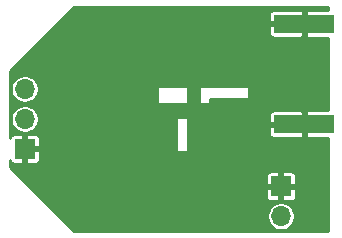
<source format=gbr>
G04 #@! TF.GenerationSoftware,KiCad,Pcbnew,(5.1.9)-1*
G04 #@! TF.CreationDate,2021-04-02T20:51:07-05:00*
G04 #@! TF.ProjectId,coax-probe,636f6178-2d70-4726-9f62-652e6b696361,rev?*
G04 #@! TF.SameCoordinates,Original*
G04 #@! TF.FileFunction,Copper,L2,Bot*
G04 #@! TF.FilePolarity,Positive*
%FSLAX46Y46*%
G04 Gerber Fmt 4.6, Leading zero omitted, Abs format (unit mm)*
G04 Created by KiCad (PCBNEW (5.1.9)-1) date 2021-04-02 20:51:07*
%MOMM*%
%LPD*%
G01*
G04 APERTURE LIST*
G04 #@! TA.AperFunction,ComponentPad*
%ADD10O,1.700000X1.700000*%
G04 #@! TD*
G04 #@! TA.AperFunction,ComponentPad*
%ADD11R,1.700000X1.700000*%
G04 #@! TD*
G04 #@! TA.AperFunction,SMDPad,CuDef*
%ADD12R,5.080000X1.500000*%
G04 #@! TD*
G04 #@! TA.AperFunction,ViaPad*
%ADD13C,0.600000*%
G04 #@! TD*
G04 #@! TA.AperFunction,ViaPad*
%ADD14C,0.800000*%
G04 #@! TD*
G04 #@! TA.AperFunction,Conductor*
%ADD15C,0.254000*%
G04 #@! TD*
G04 #@! TA.AperFunction,Conductor*
%ADD16C,0.100000*%
G04 #@! TD*
G04 APERTURE END LIST*
D10*
X180500000Y-89240000D03*
D11*
X180500000Y-86700000D03*
D12*
X182450000Y-72950000D03*
X182450000Y-81450000D03*
D10*
X158800000Y-78460000D03*
X158800000Y-81000000D03*
D11*
X158800000Y-83540000D03*
D13*
X178600000Y-77000000D03*
X179300000Y-76300000D03*
X179800000Y-79500000D03*
D14*
X173424992Y-85075008D03*
D13*
X181200000Y-78600000D03*
X180100000Y-75800000D03*
X183400000Y-75800000D03*
X182300000Y-75800000D03*
X182300000Y-78600000D03*
X179800000Y-78600000D03*
X183400000Y-78600000D03*
D14*
X169400000Y-77200000D03*
D13*
X178000000Y-77800000D03*
X178900000Y-79800000D03*
X176700000Y-79800000D03*
D14*
X171200000Y-81700000D03*
D13*
X174800000Y-77800000D03*
D14*
X162524994Y-82675006D03*
X174579986Y-83301971D03*
D13*
X181200000Y-75800000D03*
X176400000Y-77800000D03*
D14*
X173100000Y-77899998D03*
D13*
X178000000Y-79800000D03*
D14*
X167000000Y-86999990D03*
X177400000Y-82000000D03*
D15*
X184473000Y-71771397D02*
X182683750Y-71773000D01*
X182577000Y-71879750D01*
X182577000Y-72823000D01*
X182597000Y-72823000D01*
X182597000Y-73077000D01*
X182577000Y-73077000D01*
X182577000Y-74020250D01*
X182683750Y-74127000D01*
X184473000Y-74128603D01*
X184473000Y-80271397D01*
X182683750Y-80273000D01*
X182577000Y-80379750D01*
X182577000Y-81323000D01*
X182597000Y-81323000D01*
X182597000Y-81577000D01*
X182577000Y-81577000D01*
X182577000Y-82520250D01*
X182683750Y-82627000D01*
X184473000Y-82628603D01*
X184473000Y-90473000D01*
X162952606Y-90473000D01*
X161603682Y-89124076D01*
X179323000Y-89124076D01*
X179323000Y-89355924D01*
X179368231Y-89583318D01*
X179456956Y-89797519D01*
X179585764Y-89990294D01*
X179749706Y-90154236D01*
X179942481Y-90283044D01*
X180156682Y-90371769D01*
X180384076Y-90417000D01*
X180615924Y-90417000D01*
X180843318Y-90371769D01*
X181057519Y-90283044D01*
X181250294Y-90154236D01*
X181414236Y-89990294D01*
X181543044Y-89797519D01*
X181631769Y-89583318D01*
X181677000Y-89355924D01*
X181677000Y-89124076D01*
X181631769Y-88896682D01*
X181543044Y-88682481D01*
X181414236Y-88489706D01*
X181250294Y-88325764D01*
X181057519Y-88196956D01*
X180843318Y-88108231D01*
X180615924Y-88063000D01*
X180384076Y-88063000D01*
X180156682Y-88108231D01*
X179942481Y-88196956D01*
X179749706Y-88325764D01*
X179585764Y-88489706D01*
X179456956Y-88682481D01*
X179368231Y-88896682D01*
X179323000Y-89124076D01*
X161603682Y-89124076D01*
X160029606Y-87550000D01*
X179220934Y-87550000D01*
X179229178Y-87633707D01*
X179253595Y-87714196D01*
X179293245Y-87788376D01*
X179346605Y-87853395D01*
X179411624Y-87906755D01*
X179485804Y-87946405D01*
X179566293Y-87970822D01*
X179650000Y-87979066D01*
X180266250Y-87977000D01*
X180373000Y-87870250D01*
X180373000Y-86827000D01*
X180627000Y-86827000D01*
X180627000Y-87870250D01*
X180733750Y-87977000D01*
X181350000Y-87979066D01*
X181433707Y-87970822D01*
X181514196Y-87946405D01*
X181588376Y-87906755D01*
X181653395Y-87853395D01*
X181706755Y-87788376D01*
X181746405Y-87714196D01*
X181770822Y-87633707D01*
X181779066Y-87550000D01*
X181777000Y-86933750D01*
X181670250Y-86827000D01*
X180627000Y-86827000D01*
X180373000Y-86827000D01*
X179329750Y-86827000D01*
X179223000Y-86933750D01*
X179220934Y-87550000D01*
X160029606Y-87550000D01*
X158329606Y-85850000D01*
X179220934Y-85850000D01*
X179223000Y-86466250D01*
X179329750Y-86573000D01*
X180373000Y-86573000D01*
X180373000Y-85529750D01*
X180627000Y-85529750D01*
X180627000Y-86573000D01*
X181670250Y-86573000D01*
X181777000Y-86466250D01*
X181779066Y-85850000D01*
X181770822Y-85766293D01*
X181746405Y-85685804D01*
X181706755Y-85611624D01*
X181653395Y-85546605D01*
X181588376Y-85493245D01*
X181514196Y-85453595D01*
X181433707Y-85429178D01*
X181350000Y-85420934D01*
X180733750Y-85423000D01*
X180627000Y-85529750D01*
X180373000Y-85529750D01*
X180266250Y-85423000D01*
X179650000Y-85420934D01*
X179566293Y-85429178D01*
X179485804Y-85453595D01*
X179411624Y-85493245D01*
X179346605Y-85546605D01*
X179293245Y-85611624D01*
X179253595Y-85685804D01*
X179229178Y-85766293D01*
X179220934Y-85850000D01*
X158329606Y-85850000D01*
X157527000Y-85047394D01*
X157527000Y-84451592D01*
X157529178Y-84473707D01*
X157553595Y-84554196D01*
X157593245Y-84628376D01*
X157646605Y-84693395D01*
X157711624Y-84746755D01*
X157785804Y-84786405D01*
X157866293Y-84810822D01*
X157950000Y-84819066D01*
X158566250Y-84817000D01*
X158673000Y-84710250D01*
X158673000Y-83667000D01*
X158927000Y-83667000D01*
X158927000Y-84710250D01*
X159033750Y-84817000D01*
X159650000Y-84819066D01*
X159733707Y-84810822D01*
X159814196Y-84786405D01*
X159888376Y-84746755D01*
X159953395Y-84693395D01*
X160006755Y-84628376D01*
X160046405Y-84554196D01*
X160070822Y-84473707D01*
X160079066Y-84390000D01*
X160077000Y-83773750D01*
X160003250Y-83700000D01*
X171572999Y-83700000D01*
X171575439Y-83724776D01*
X171582666Y-83748601D01*
X171594402Y-83770557D01*
X171610196Y-83789803D01*
X171629442Y-83805597D01*
X171651398Y-83817333D01*
X171675223Y-83824560D01*
X171699999Y-83827000D01*
X172500000Y-83827000D01*
X172524776Y-83824560D01*
X172548601Y-83817333D01*
X172570557Y-83805597D01*
X172589803Y-83789803D01*
X172605597Y-83770557D01*
X172617333Y-83748601D01*
X172624560Y-83724776D01*
X172627000Y-83700000D01*
X172627000Y-82200000D01*
X179480934Y-82200000D01*
X179489178Y-82283707D01*
X179513595Y-82364196D01*
X179553245Y-82438376D01*
X179606605Y-82503395D01*
X179671624Y-82556755D01*
X179745804Y-82596405D01*
X179826293Y-82620822D01*
X179910000Y-82629066D01*
X182216250Y-82627000D01*
X182323000Y-82520250D01*
X182323000Y-81577000D01*
X179589750Y-81577000D01*
X179483000Y-81683750D01*
X179480934Y-82200000D01*
X172627000Y-82200000D01*
X172627000Y-81000000D01*
X172624560Y-80975224D01*
X172617333Y-80951399D01*
X172605597Y-80929443D01*
X172589803Y-80910197D01*
X172570557Y-80894403D01*
X172548601Y-80882667D01*
X172524776Y-80875440D01*
X172500000Y-80873000D01*
X171700000Y-80873000D01*
X171675224Y-80875440D01*
X171651399Y-80882667D01*
X171629443Y-80894403D01*
X171610197Y-80910197D01*
X171594403Y-80929443D01*
X171582667Y-80951399D01*
X171575440Y-80975223D01*
X171573000Y-81000000D01*
X171572999Y-83700000D01*
X160003250Y-83700000D01*
X159970250Y-83667000D01*
X158927000Y-83667000D01*
X158673000Y-83667000D01*
X158653000Y-83667000D01*
X158653000Y-83413000D01*
X158673000Y-83413000D01*
X158673000Y-82369750D01*
X158927000Y-82369750D01*
X158927000Y-83413000D01*
X159970250Y-83413000D01*
X160077000Y-83306250D01*
X160079066Y-82690000D01*
X160070822Y-82606293D01*
X160046405Y-82525804D01*
X160006755Y-82451624D01*
X159953395Y-82386605D01*
X159888376Y-82333245D01*
X159814196Y-82293595D01*
X159733707Y-82269178D01*
X159650000Y-82260934D01*
X159033750Y-82263000D01*
X158927000Y-82369750D01*
X158673000Y-82369750D01*
X158566250Y-82263000D01*
X157950000Y-82260934D01*
X157866293Y-82269178D01*
X157785804Y-82293595D01*
X157711624Y-82333245D01*
X157646605Y-82386605D01*
X157593245Y-82451624D01*
X157553595Y-82525804D01*
X157529178Y-82606293D01*
X157527000Y-82628408D01*
X157527000Y-80884076D01*
X157623000Y-80884076D01*
X157623000Y-81115924D01*
X157668231Y-81343318D01*
X157756956Y-81557519D01*
X157885764Y-81750294D01*
X158049706Y-81914236D01*
X158242481Y-82043044D01*
X158456682Y-82131769D01*
X158684076Y-82177000D01*
X158915924Y-82177000D01*
X159143318Y-82131769D01*
X159357519Y-82043044D01*
X159550294Y-81914236D01*
X159714236Y-81750294D01*
X159843044Y-81557519D01*
X159931769Y-81343318D01*
X159977000Y-81115924D01*
X159977000Y-80884076D01*
X159940386Y-80700000D01*
X179480934Y-80700000D01*
X179483000Y-81216250D01*
X179589750Y-81323000D01*
X182323000Y-81323000D01*
X182323000Y-80379750D01*
X182216250Y-80273000D01*
X179910000Y-80270934D01*
X179826293Y-80279178D01*
X179745804Y-80303595D01*
X179671624Y-80343245D01*
X179606605Y-80396605D01*
X179553245Y-80461624D01*
X179513595Y-80535804D01*
X179489178Y-80616293D01*
X179480934Y-80700000D01*
X159940386Y-80700000D01*
X159931769Y-80656682D01*
X159843044Y-80442481D01*
X159714236Y-80249706D01*
X159550294Y-80085764D01*
X159357519Y-79956956D01*
X159143318Y-79868231D01*
X158915924Y-79823000D01*
X158684076Y-79823000D01*
X158456682Y-79868231D01*
X158242481Y-79956956D01*
X158049706Y-80085764D01*
X157885764Y-80249706D01*
X157756956Y-80442481D01*
X157668231Y-80656682D01*
X157623000Y-80884076D01*
X157527000Y-80884076D01*
X157527000Y-78344076D01*
X157623000Y-78344076D01*
X157623000Y-78575924D01*
X157668231Y-78803318D01*
X157756956Y-79017519D01*
X157885764Y-79210294D01*
X158049706Y-79374236D01*
X158242481Y-79503044D01*
X158456682Y-79591769D01*
X158684076Y-79637000D01*
X158915924Y-79637000D01*
X159101937Y-79600000D01*
X169973000Y-79600000D01*
X169975440Y-79624776D01*
X169982667Y-79648601D01*
X169994403Y-79670557D01*
X170010197Y-79689803D01*
X170029443Y-79705597D01*
X170051399Y-79717333D01*
X170075224Y-79724560D01*
X170100000Y-79727000D01*
X172500000Y-79727000D01*
X172524776Y-79724560D01*
X172548601Y-79717333D01*
X172570557Y-79705597D01*
X172589803Y-79689803D01*
X172605597Y-79670557D01*
X172617333Y-79648601D01*
X172624560Y-79624776D01*
X172627000Y-79600000D01*
X172627000Y-78350000D01*
X173573000Y-78350000D01*
X173573000Y-79650000D01*
X173575440Y-79674776D01*
X173582667Y-79698601D01*
X173594403Y-79720557D01*
X173610197Y-79739803D01*
X173629443Y-79755597D01*
X173651399Y-79767333D01*
X173675224Y-79774560D01*
X173700000Y-79777000D01*
X174400000Y-79777000D01*
X174424776Y-79774560D01*
X174448601Y-79767333D01*
X174470557Y-79755597D01*
X174489803Y-79739803D01*
X174505597Y-79720557D01*
X174517333Y-79698601D01*
X174524560Y-79674776D01*
X174527000Y-79650000D01*
X174527000Y-79327000D01*
X177650000Y-79327000D01*
X177674776Y-79324560D01*
X177698601Y-79317333D01*
X177720557Y-79305597D01*
X177739803Y-79289803D01*
X177755597Y-79270557D01*
X177767333Y-79248601D01*
X177774560Y-79224776D01*
X177777000Y-79200000D01*
X177777000Y-78350001D01*
X177774560Y-78325225D01*
X177767333Y-78301400D01*
X177755597Y-78279444D01*
X177739803Y-78260198D01*
X177720557Y-78244404D01*
X177698601Y-78232668D01*
X177674777Y-78225441D01*
X177650000Y-78223001D01*
X173700000Y-78223000D01*
X173675224Y-78225440D01*
X173651399Y-78232667D01*
X173629443Y-78244403D01*
X173610197Y-78260197D01*
X173594403Y-78279443D01*
X173582667Y-78301399D01*
X173575440Y-78325224D01*
X173573000Y-78350000D01*
X172627000Y-78350000D01*
X172627000Y-78300000D01*
X172624560Y-78275224D01*
X172617333Y-78251399D01*
X172605597Y-78229443D01*
X172589803Y-78210197D01*
X172570557Y-78194403D01*
X172548601Y-78182667D01*
X172524776Y-78175440D01*
X172500000Y-78173000D01*
X170100001Y-78173000D01*
X170075225Y-78175440D01*
X170051400Y-78182667D01*
X170029444Y-78194403D01*
X170010199Y-78210197D01*
X169994404Y-78229442D01*
X169982668Y-78251399D01*
X169975441Y-78275223D01*
X169973001Y-78300000D01*
X169973000Y-79600000D01*
X159101937Y-79600000D01*
X159143318Y-79591769D01*
X159357519Y-79503044D01*
X159550294Y-79374236D01*
X159714236Y-79210294D01*
X159843044Y-79017519D01*
X159931769Y-78803318D01*
X159977000Y-78575924D01*
X159977000Y-78344076D01*
X159931769Y-78116682D01*
X159843044Y-77902481D01*
X159714236Y-77709706D01*
X159550294Y-77545764D01*
X159357519Y-77416956D01*
X159143318Y-77328231D01*
X158915924Y-77283000D01*
X158684076Y-77283000D01*
X158456682Y-77328231D01*
X158242481Y-77416956D01*
X158049706Y-77545764D01*
X157885764Y-77709706D01*
X157756956Y-77902481D01*
X157668231Y-78116682D01*
X157623000Y-78344076D01*
X157527000Y-78344076D01*
X157527000Y-76952606D01*
X160779606Y-73700000D01*
X179480934Y-73700000D01*
X179489178Y-73783707D01*
X179513595Y-73864196D01*
X179553245Y-73938376D01*
X179606605Y-74003395D01*
X179671624Y-74056755D01*
X179745804Y-74096405D01*
X179826293Y-74120822D01*
X179910000Y-74129066D01*
X182216250Y-74127000D01*
X182323000Y-74020250D01*
X182323000Y-73077000D01*
X179589750Y-73077000D01*
X179483000Y-73183750D01*
X179480934Y-73700000D01*
X160779606Y-73700000D01*
X162279606Y-72200000D01*
X179480934Y-72200000D01*
X179483000Y-72716250D01*
X179589750Y-72823000D01*
X182323000Y-72823000D01*
X182323000Y-71879750D01*
X182216250Y-71773000D01*
X179910000Y-71770934D01*
X179826293Y-71779178D01*
X179745804Y-71803595D01*
X179671624Y-71843245D01*
X179606605Y-71896605D01*
X179553245Y-71961624D01*
X179513595Y-72035804D01*
X179489178Y-72116293D01*
X179480934Y-72200000D01*
X162279606Y-72200000D01*
X162952606Y-71527000D01*
X184473000Y-71527000D01*
X184473000Y-71771397D01*
G04 #@! TA.AperFunction,Conductor*
D16*
G36*
X184473000Y-71771397D02*
G01*
X182683750Y-71773000D01*
X182577000Y-71879750D01*
X182577000Y-72823000D01*
X182597000Y-72823000D01*
X182597000Y-73077000D01*
X182577000Y-73077000D01*
X182577000Y-74020250D01*
X182683750Y-74127000D01*
X184473000Y-74128603D01*
X184473000Y-80271397D01*
X182683750Y-80273000D01*
X182577000Y-80379750D01*
X182577000Y-81323000D01*
X182597000Y-81323000D01*
X182597000Y-81577000D01*
X182577000Y-81577000D01*
X182577000Y-82520250D01*
X182683750Y-82627000D01*
X184473000Y-82628603D01*
X184473000Y-90473000D01*
X162952606Y-90473000D01*
X161603682Y-89124076D01*
X179323000Y-89124076D01*
X179323000Y-89355924D01*
X179368231Y-89583318D01*
X179456956Y-89797519D01*
X179585764Y-89990294D01*
X179749706Y-90154236D01*
X179942481Y-90283044D01*
X180156682Y-90371769D01*
X180384076Y-90417000D01*
X180615924Y-90417000D01*
X180843318Y-90371769D01*
X181057519Y-90283044D01*
X181250294Y-90154236D01*
X181414236Y-89990294D01*
X181543044Y-89797519D01*
X181631769Y-89583318D01*
X181677000Y-89355924D01*
X181677000Y-89124076D01*
X181631769Y-88896682D01*
X181543044Y-88682481D01*
X181414236Y-88489706D01*
X181250294Y-88325764D01*
X181057519Y-88196956D01*
X180843318Y-88108231D01*
X180615924Y-88063000D01*
X180384076Y-88063000D01*
X180156682Y-88108231D01*
X179942481Y-88196956D01*
X179749706Y-88325764D01*
X179585764Y-88489706D01*
X179456956Y-88682481D01*
X179368231Y-88896682D01*
X179323000Y-89124076D01*
X161603682Y-89124076D01*
X160029606Y-87550000D01*
X179220934Y-87550000D01*
X179229178Y-87633707D01*
X179253595Y-87714196D01*
X179293245Y-87788376D01*
X179346605Y-87853395D01*
X179411624Y-87906755D01*
X179485804Y-87946405D01*
X179566293Y-87970822D01*
X179650000Y-87979066D01*
X180266250Y-87977000D01*
X180373000Y-87870250D01*
X180373000Y-86827000D01*
X180627000Y-86827000D01*
X180627000Y-87870250D01*
X180733750Y-87977000D01*
X181350000Y-87979066D01*
X181433707Y-87970822D01*
X181514196Y-87946405D01*
X181588376Y-87906755D01*
X181653395Y-87853395D01*
X181706755Y-87788376D01*
X181746405Y-87714196D01*
X181770822Y-87633707D01*
X181779066Y-87550000D01*
X181777000Y-86933750D01*
X181670250Y-86827000D01*
X180627000Y-86827000D01*
X180373000Y-86827000D01*
X179329750Y-86827000D01*
X179223000Y-86933750D01*
X179220934Y-87550000D01*
X160029606Y-87550000D01*
X158329606Y-85850000D01*
X179220934Y-85850000D01*
X179223000Y-86466250D01*
X179329750Y-86573000D01*
X180373000Y-86573000D01*
X180373000Y-85529750D01*
X180627000Y-85529750D01*
X180627000Y-86573000D01*
X181670250Y-86573000D01*
X181777000Y-86466250D01*
X181779066Y-85850000D01*
X181770822Y-85766293D01*
X181746405Y-85685804D01*
X181706755Y-85611624D01*
X181653395Y-85546605D01*
X181588376Y-85493245D01*
X181514196Y-85453595D01*
X181433707Y-85429178D01*
X181350000Y-85420934D01*
X180733750Y-85423000D01*
X180627000Y-85529750D01*
X180373000Y-85529750D01*
X180266250Y-85423000D01*
X179650000Y-85420934D01*
X179566293Y-85429178D01*
X179485804Y-85453595D01*
X179411624Y-85493245D01*
X179346605Y-85546605D01*
X179293245Y-85611624D01*
X179253595Y-85685804D01*
X179229178Y-85766293D01*
X179220934Y-85850000D01*
X158329606Y-85850000D01*
X157527000Y-85047394D01*
X157527000Y-84451592D01*
X157529178Y-84473707D01*
X157553595Y-84554196D01*
X157593245Y-84628376D01*
X157646605Y-84693395D01*
X157711624Y-84746755D01*
X157785804Y-84786405D01*
X157866293Y-84810822D01*
X157950000Y-84819066D01*
X158566250Y-84817000D01*
X158673000Y-84710250D01*
X158673000Y-83667000D01*
X158927000Y-83667000D01*
X158927000Y-84710250D01*
X159033750Y-84817000D01*
X159650000Y-84819066D01*
X159733707Y-84810822D01*
X159814196Y-84786405D01*
X159888376Y-84746755D01*
X159953395Y-84693395D01*
X160006755Y-84628376D01*
X160046405Y-84554196D01*
X160070822Y-84473707D01*
X160079066Y-84390000D01*
X160077000Y-83773750D01*
X160003250Y-83700000D01*
X171572999Y-83700000D01*
X171575439Y-83724776D01*
X171582666Y-83748601D01*
X171594402Y-83770557D01*
X171610196Y-83789803D01*
X171629442Y-83805597D01*
X171651398Y-83817333D01*
X171675223Y-83824560D01*
X171699999Y-83827000D01*
X172500000Y-83827000D01*
X172524776Y-83824560D01*
X172548601Y-83817333D01*
X172570557Y-83805597D01*
X172589803Y-83789803D01*
X172605597Y-83770557D01*
X172617333Y-83748601D01*
X172624560Y-83724776D01*
X172627000Y-83700000D01*
X172627000Y-82200000D01*
X179480934Y-82200000D01*
X179489178Y-82283707D01*
X179513595Y-82364196D01*
X179553245Y-82438376D01*
X179606605Y-82503395D01*
X179671624Y-82556755D01*
X179745804Y-82596405D01*
X179826293Y-82620822D01*
X179910000Y-82629066D01*
X182216250Y-82627000D01*
X182323000Y-82520250D01*
X182323000Y-81577000D01*
X179589750Y-81577000D01*
X179483000Y-81683750D01*
X179480934Y-82200000D01*
X172627000Y-82200000D01*
X172627000Y-81000000D01*
X172624560Y-80975224D01*
X172617333Y-80951399D01*
X172605597Y-80929443D01*
X172589803Y-80910197D01*
X172570557Y-80894403D01*
X172548601Y-80882667D01*
X172524776Y-80875440D01*
X172500000Y-80873000D01*
X171700000Y-80873000D01*
X171675224Y-80875440D01*
X171651399Y-80882667D01*
X171629443Y-80894403D01*
X171610197Y-80910197D01*
X171594403Y-80929443D01*
X171582667Y-80951399D01*
X171575440Y-80975223D01*
X171573000Y-81000000D01*
X171572999Y-83700000D01*
X160003250Y-83700000D01*
X159970250Y-83667000D01*
X158927000Y-83667000D01*
X158673000Y-83667000D01*
X158653000Y-83667000D01*
X158653000Y-83413000D01*
X158673000Y-83413000D01*
X158673000Y-82369750D01*
X158927000Y-82369750D01*
X158927000Y-83413000D01*
X159970250Y-83413000D01*
X160077000Y-83306250D01*
X160079066Y-82690000D01*
X160070822Y-82606293D01*
X160046405Y-82525804D01*
X160006755Y-82451624D01*
X159953395Y-82386605D01*
X159888376Y-82333245D01*
X159814196Y-82293595D01*
X159733707Y-82269178D01*
X159650000Y-82260934D01*
X159033750Y-82263000D01*
X158927000Y-82369750D01*
X158673000Y-82369750D01*
X158566250Y-82263000D01*
X157950000Y-82260934D01*
X157866293Y-82269178D01*
X157785804Y-82293595D01*
X157711624Y-82333245D01*
X157646605Y-82386605D01*
X157593245Y-82451624D01*
X157553595Y-82525804D01*
X157529178Y-82606293D01*
X157527000Y-82628408D01*
X157527000Y-80884076D01*
X157623000Y-80884076D01*
X157623000Y-81115924D01*
X157668231Y-81343318D01*
X157756956Y-81557519D01*
X157885764Y-81750294D01*
X158049706Y-81914236D01*
X158242481Y-82043044D01*
X158456682Y-82131769D01*
X158684076Y-82177000D01*
X158915924Y-82177000D01*
X159143318Y-82131769D01*
X159357519Y-82043044D01*
X159550294Y-81914236D01*
X159714236Y-81750294D01*
X159843044Y-81557519D01*
X159931769Y-81343318D01*
X159977000Y-81115924D01*
X159977000Y-80884076D01*
X159940386Y-80700000D01*
X179480934Y-80700000D01*
X179483000Y-81216250D01*
X179589750Y-81323000D01*
X182323000Y-81323000D01*
X182323000Y-80379750D01*
X182216250Y-80273000D01*
X179910000Y-80270934D01*
X179826293Y-80279178D01*
X179745804Y-80303595D01*
X179671624Y-80343245D01*
X179606605Y-80396605D01*
X179553245Y-80461624D01*
X179513595Y-80535804D01*
X179489178Y-80616293D01*
X179480934Y-80700000D01*
X159940386Y-80700000D01*
X159931769Y-80656682D01*
X159843044Y-80442481D01*
X159714236Y-80249706D01*
X159550294Y-80085764D01*
X159357519Y-79956956D01*
X159143318Y-79868231D01*
X158915924Y-79823000D01*
X158684076Y-79823000D01*
X158456682Y-79868231D01*
X158242481Y-79956956D01*
X158049706Y-80085764D01*
X157885764Y-80249706D01*
X157756956Y-80442481D01*
X157668231Y-80656682D01*
X157623000Y-80884076D01*
X157527000Y-80884076D01*
X157527000Y-78344076D01*
X157623000Y-78344076D01*
X157623000Y-78575924D01*
X157668231Y-78803318D01*
X157756956Y-79017519D01*
X157885764Y-79210294D01*
X158049706Y-79374236D01*
X158242481Y-79503044D01*
X158456682Y-79591769D01*
X158684076Y-79637000D01*
X158915924Y-79637000D01*
X159101937Y-79600000D01*
X169973000Y-79600000D01*
X169975440Y-79624776D01*
X169982667Y-79648601D01*
X169994403Y-79670557D01*
X170010197Y-79689803D01*
X170029443Y-79705597D01*
X170051399Y-79717333D01*
X170075224Y-79724560D01*
X170100000Y-79727000D01*
X172500000Y-79727000D01*
X172524776Y-79724560D01*
X172548601Y-79717333D01*
X172570557Y-79705597D01*
X172589803Y-79689803D01*
X172605597Y-79670557D01*
X172617333Y-79648601D01*
X172624560Y-79624776D01*
X172627000Y-79600000D01*
X172627000Y-78350000D01*
X173573000Y-78350000D01*
X173573000Y-79650000D01*
X173575440Y-79674776D01*
X173582667Y-79698601D01*
X173594403Y-79720557D01*
X173610197Y-79739803D01*
X173629443Y-79755597D01*
X173651399Y-79767333D01*
X173675224Y-79774560D01*
X173700000Y-79777000D01*
X174400000Y-79777000D01*
X174424776Y-79774560D01*
X174448601Y-79767333D01*
X174470557Y-79755597D01*
X174489803Y-79739803D01*
X174505597Y-79720557D01*
X174517333Y-79698601D01*
X174524560Y-79674776D01*
X174527000Y-79650000D01*
X174527000Y-79327000D01*
X177650000Y-79327000D01*
X177674776Y-79324560D01*
X177698601Y-79317333D01*
X177720557Y-79305597D01*
X177739803Y-79289803D01*
X177755597Y-79270557D01*
X177767333Y-79248601D01*
X177774560Y-79224776D01*
X177777000Y-79200000D01*
X177777000Y-78350001D01*
X177774560Y-78325225D01*
X177767333Y-78301400D01*
X177755597Y-78279444D01*
X177739803Y-78260198D01*
X177720557Y-78244404D01*
X177698601Y-78232668D01*
X177674777Y-78225441D01*
X177650000Y-78223001D01*
X173700000Y-78223000D01*
X173675224Y-78225440D01*
X173651399Y-78232667D01*
X173629443Y-78244403D01*
X173610197Y-78260197D01*
X173594403Y-78279443D01*
X173582667Y-78301399D01*
X173575440Y-78325224D01*
X173573000Y-78350000D01*
X172627000Y-78350000D01*
X172627000Y-78300000D01*
X172624560Y-78275224D01*
X172617333Y-78251399D01*
X172605597Y-78229443D01*
X172589803Y-78210197D01*
X172570557Y-78194403D01*
X172548601Y-78182667D01*
X172524776Y-78175440D01*
X172500000Y-78173000D01*
X170100001Y-78173000D01*
X170075225Y-78175440D01*
X170051400Y-78182667D01*
X170029444Y-78194403D01*
X170010199Y-78210197D01*
X169994404Y-78229442D01*
X169982668Y-78251399D01*
X169975441Y-78275223D01*
X169973001Y-78300000D01*
X169973000Y-79600000D01*
X159101937Y-79600000D01*
X159143318Y-79591769D01*
X159357519Y-79503044D01*
X159550294Y-79374236D01*
X159714236Y-79210294D01*
X159843044Y-79017519D01*
X159931769Y-78803318D01*
X159977000Y-78575924D01*
X159977000Y-78344076D01*
X159931769Y-78116682D01*
X159843044Y-77902481D01*
X159714236Y-77709706D01*
X159550294Y-77545764D01*
X159357519Y-77416956D01*
X159143318Y-77328231D01*
X158915924Y-77283000D01*
X158684076Y-77283000D01*
X158456682Y-77328231D01*
X158242481Y-77416956D01*
X158049706Y-77545764D01*
X157885764Y-77709706D01*
X157756956Y-77902481D01*
X157668231Y-78116682D01*
X157623000Y-78344076D01*
X157527000Y-78344076D01*
X157527000Y-76952606D01*
X160779606Y-73700000D01*
X179480934Y-73700000D01*
X179489178Y-73783707D01*
X179513595Y-73864196D01*
X179553245Y-73938376D01*
X179606605Y-74003395D01*
X179671624Y-74056755D01*
X179745804Y-74096405D01*
X179826293Y-74120822D01*
X179910000Y-74129066D01*
X182216250Y-74127000D01*
X182323000Y-74020250D01*
X182323000Y-73077000D01*
X179589750Y-73077000D01*
X179483000Y-73183750D01*
X179480934Y-73700000D01*
X160779606Y-73700000D01*
X162279606Y-72200000D01*
X179480934Y-72200000D01*
X179483000Y-72716250D01*
X179589750Y-72823000D01*
X182323000Y-72823000D01*
X182323000Y-71879750D01*
X182216250Y-71773000D01*
X179910000Y-71770934D01*
X179826293Y-71779178D01*
X179745804Y-71803595D01*
X179671624Y-71843245D01*
X179606605Y-71896605D01*
X179553245Y-71961624D01*
X179513595Y-72035804D01*
X179489178Y-72116293D01*
X179480934Y-72200000D01*
X162279606Y-72200000D01*
X162952606Y-71527000D01*
X184473000Y-71527000D01*
X184473000Y-71771397D01*
G37*
G04 #@! TD.AperFunction*
M02*

</source>
